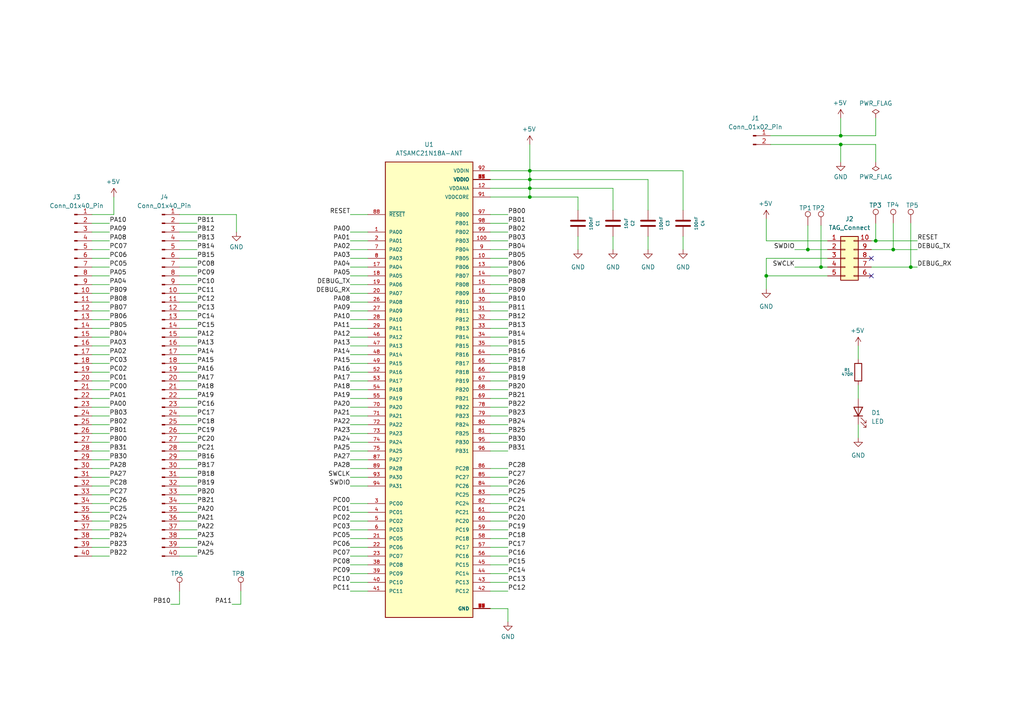
<source format=kicad_sch>
(kicad_sch (version 20250114) (generator "eeschema") (generator_version "9.0")
  (paper "A4")
  (lib_symbols
    (symbol "Connector:Conn_01x02_Pin" (pin_names (offset 1.016) (hide yes))
      (property "Reference" "J" (at 0 2.54 0))
      (property "Value" "Conn_01x02_Pin" (at 0 -5.08 0))
      (symbol "Conn_01x02_Pin_1_1"
        (rectangle (start 0.8636 0.127) (end 0 -0.127) (stroke (width 0.1524)) (fill (type outline)))
        (rectangle (start 0.8636 -2.413) (end 0 -2.667) (stroke (width 0.1524)) (fill (type outline)))
        (polyline (pts (xy 1.27 0) (xy 0.8636 0)) (stroke (width 0.1524)))
        (polyline (pts (xy 1.27 -2.54) (xy 0.8636 -2.54)) (stroke (width 0.1524)))
        (pin passive line (at 5.08 0 180) (length 3.81) (name "Pin_1") (number "1"))
        (pin passive line (at 5.08 -2.54 180) (length 3.81) (name "Pin_2") (number "2"))
      )
    )
    (symbol "Connector:Conn_01x40_Pin" (pin_names (offset 1.016) (hide yes))
      (property "Reference" "J" (at 0 50.8 0))
      (property "Value" "Conn_01x40_Pin" (at 0 -53.34 0))
      (symbol "Conn_01x40_Pin_1_1"
        (rectangle (start 0.8636 48.387) (end 0 48.133) (stroke (width 0.1524)) (fill (type outline)))
        (rectangle (start 0.8636 45.847) (end 0 45.593) (stroke (width 0.1524)) (fill (type outline)))
        (rectangle (start 0.8636 43.307) (end 0 43.053) (stroke (width 0.1524)) (fill (type outline)))
        (rectangle (start 0.8636 40.767) (end 0 40.513) (stroke (width 0.1524)) (fill (type outline)))
        (rectangle (start 0.8636 38.227) (end 0 37.973) (stroke (width 0.1524)) (fill (type outline)))
        (rectangle (start 0.8636 35.687) (end 0 35.433) (stroke (width 0.1524)) (fill (type outline)))
        (rectangle (start 0.8636 33.147) (end 0 32.893) (stroke (width 0.1524)) (fill (type outline)))
        (rectangle (start 0.8636 30.607) (end 0 30.353) (stroke (width 0.1524)) (fill (type outline)))
        (rectangle (start 0.8636 28.067) (end 0 27.813) (stroke (width 0.1524)) (fill (type outline)))
        (rectangle (start 0.8636 25.527) (end 0 25.273) (stroke (width 0.1524)) (fill (type outline)))
        (rectangle (start 0.8636 22.987) (end 0 22.733) (stroke (width 0.1524)) (fill (type outline)))
        (rectangle (start 0.8636 20.447) (end 0 20.193) (stroke (width 0.1524)) (fill (type outline)))
        (rectangle (start 0.8636 17.907) (end 0 17.653) (stroke (width 0.1524)) (fill (type outline)))
        (rectangle (start 0.8636 15.367) (end 0 15.113) (stroke (width 0.1524)) (fill (type outline)))
        (rectangle (start 0.8636 12.827) (end 0 12.573) (stroke (width 0.1524)) (fill (type outline)))
        (rectangle (start 0.8636 10.287) (end 0 10.033) (stroke (width 0.1524)) (fill (type outline)))
        (rectangle (start 0.8636 7.747) (end 0 7.493) (stroke (width 0.1524)) (fill (type outline)))
        (rectangle (start 0.8636 5.207) (end 0 4.953) (stroke (width 0.1524)) (fill (type outline)))
        (rectangle (start 0.8636 2.667) (end 0 2.413) (stroke (width 0.1524)) (fill (type outline)))
        (rectangle (start 0.8636 0.127) (end 0 -0.127) (stroke (width 0.1524)) (fill (type outline)))
        (rectangle (start 0.8636 -2.413) (end 0 -2.667) (stroke (width 0.1524)) (fill (type outline)))
        (rectangle (start 0.8636 -4.953) (end 0 -5.207) (stroke (width 0.1524)) (fill (type outline)))
        (rectangle (start 0.8636 -7.493) (end 0 -7.747) (stroke (width 0.1524)) (fill (type outline)))
        (rectangle (start 0.8636 -10.033) (end 0 -10.287) (stroke (width 0.1524)) (fill (type outline)))
        (rectangle (start 0.8636 -12.573) (end 0 -12.827) (stroke (width 0.1524)) (fill (type outline)))
        (rectangle (start 0.8636 -15.113) (end 0 -15.367) (stroke (width 0.1524)) (fill (type outline)))
        (rectangle (start 0.8636 -17.653) (end 0 -17.907) (stroke (width 0.1524)) (fill (type outline)))
        (rectangle (start 0.8636 -20.193) (end 0 -20.447) (stroke (width 0.1524)) (fill (type outline)))
        (rectangle (start 0.8636 -22.733) (end 0 -22.987) (stroke (width 0.1524)) (fill (type outline)))
        (rectangle (start 0.8636 -25.273) (end 0 -25.527) (stroke (width 0.1524)) (fill (type outline)))
        (rectangle (start 0.8636 -27.813) (end 0 -28.067) (stroke (width 0.1524)) (fill (type outline)))
        (rectangle (start 0.8636 -30.353) (end 0 -30.607) (stroke (width 0.1524)) (fill (type outline)))
        (rectangle (start 0.8636 -32.893) (end 0 -33.147) (stroke (width 0.1524)) (fill (type outline)))
        (rectangle (start 0.8636 -35.433) (end 0 -35.687) (stroke (width 0.1524)) (fill (type outline)))
        (rectangle (start 0.8636 -37.973) (end 0 -38.227) (stroke (width 0.1524)) (fill (type outline)))
        (rectangle (start 0.8636 -40.513) (end 0 -40.767) (stroke (width 0.1524)) (fill (type outline)))
        (rectangle (start 0.8636 -43.053) (end 0 -43.307) (stroke (width 0.1524)) (fill (type outline)))
        (rectangle (start 0.8636 -45.593) (end 0 -45.847) (stroke (width 0.1524)) (fill (type outline)))
        (rectangle (start 0.8636 -48.133) (end 0 -48.387) (stroke (width 0.1524)) (fill (type outline)))
        (rectangle (start 0.8636 -50.673) (end 0 -50.927) (stroke (width 0.1524)) (fill (type outline)))
        (polyline (pts (xy 1.27 48.26) (xy 0.8636 48.26)) (stroke (width 0.1524)))
        (polyline (pts (xy 1.27 45.72) (xy 0.8636 45.72)) (stroke (width 0.1524)))
        (polyline (pts (xy 1.27 43.18) (xy 0.8636 43.18)) (stroke (width 0.1524)))
        (polyline (pts (xy 1.27 40.64) (xy 0.8636 40.64)) (stroke (width 0.1524)))
        (polyline (pts (xy 1.27 38.1) (xy 0.8636 38.1)) (stroke (width 0.1524)))
        (polyline (pts (xy 1.27 35.56) (xy 0.8636 35.56)) (stroke (width 0.1524)))
        (polyline (pts (xy 1.27 33.02) (xy 0.8636 33.02)) (stroke (width 0.1524)))
        (polyline (pts (xy 1.27 30.48) (xy 0.8636 30.48)) (stroke (width 0.1524)))
        (polyline (pts (xy 1.27 27.94) (xy 0.8636 27.94)) (stroke (width 0.1524)))
        (polyline (pts (xy 1.27 25.4) (xy 0.8636 25.4)) (stroke (width 0.1524)))
        (polyline (pts (xy 1.27 22.86) (xy 0.8636 22.86)) (stroke (width 0.1524)))
        (polyline (pts (xy 1.27 20.32) (xy 0.8636 20.32)) (stroke (width 0.1524)))
        (polyline (pts (xy 1.27 17.78) (xy 0.8636 17.78)) (stroke (width 0.1524)))
        (polyline (pts (xy 1.27 15.24) (xy 0.8636 15.24)) (stroke (width 0.1524)))
        (polyline (pts (xy 1.27 12.7) (xy 0.8636 12.7)) (stroke (width 0.1524)))
        (polyline (pts (xy 1.27 10.16) (xy 0.8636 10.16)) (stroke (width 0.1524)))
        (polyline (pts (xy 1.27 7.62) (xy 0.8636 7.62)) (stroke (width 0.1524)))
        (polyline (pts (xy 1.27 5.08) (xy 0.8636 5.08)) (stroke (width 0.1524)))
        (polyline (pts (xy 1.27 2.54) (xy 0.8636 2.54)) (stroke (width 0.1524)))
        (polyline (pts (xy 1.27 0) (xy 0.8636 0)) (stroke (width 0.1524)))
        (polyline (pts (xy 1.27 -2.54) (xy 0.8636 -2.54)) (stroke (width 0.1524)))
        (polyline (pts (xy 1.27 -5.08) (xy 0.8636 -5.08)) (stroke (width 0.1524)))
        (polyline (pts (xy 1.27 -7.62) (xy 0.8636 -7.62)) (stroke (width 0.1524)))
        (polyline (pts (xy 1.27 -10.16) (xy 0.8636 -10.16)) (stroke (width 0.1524)))
        (polyline (pts (xy 1.27 -12.7) (xy 0.8636 -12.7)) (stroke (width 0.1524)))
        (polyline (pts (xy 1.27 -15.24) (xy 0.8636 -15.24)) (stroke (width 0.1524)))
        (polyline (pts (xy 1.27 -17.78) (xy 0.8636 -17.78)) (stroke (width 0.1524)))
        (polyline (pts (xy 1.27 -20.32) (xy 0.8636 -20.32)) (stroke (width 0.1524)))
        (polyline (pts (xy 1.27 -22.86) (xy 0.8636 -22.86)) (stroke (width 0.1524)))
        (polyline (pts (xy 1.27 -25.4) (xy 0.8636 -25.4)) (stroke (width 0.1524)))
        (polyline (pts (xy 1.27 -27.94) (xy 0.8636 -27.94)) (stroke (width 0.1524)))
        (polyline (pts (xy 1.27 -30.48) (xy 0.8636 -30.48)) (stroke (width 0.1524)))
        (polyline (pts (xy 1.27 -33.02) (xy 0.8636 -33.02)) (stroke (width 0.1524)))
        (polyline (pts (xy 1.27 -35.56) (xy 0.8636 -35.56)) (stroke (width 0.1524)))
        (polyline (pts (xy 1.27 -38.1) (xy 0.8636 -38.1)) (stroke (width 0.1524)))
        (polyline (pts (xy 1.27 -40.64) (xy 0.8636 -40.64)) (stroke (width 0.1524)))
        (polyline (pts (xy 1.27 -43.18) (xy 0.8636 -43.18)) (stroke (width 0.1524)))
        (polyline (pts (xy 1.27 -45.72) (xy 0.8636 -45.72)) (stroke (width 0.1524)))
        (polyline (pts (xy 1.27 -48.26) (xy 0.8636 -48.26)) (stroke (width 0.1524)))
        (polyline (pts (xy 1.27 -50.8) (xy 0.8636 -50.8)) (stroke (width 0.1524)))
        (pin passive line (at 5.08 48.26 180) (length 3.81) (name "Pin_1") (number "1"))
        (pin passive line (at 5.08 45.72 180) (length 3.81) (name "Pin_2") (number "2"))
        (pin passive line (at 5.08 43.18 180) (length 3.81) (name "Pin_3") (number "3"))
        (pin passive line (at 5.08 40.64 180) (length 3.81) (name "Pin_4") (number "4"))
        (pin passive line (at 5.08 38.1 180) (length 3.81) (name "Pin_5") (number "5"))
        (pin passive line (at 5.08 35.56 180) (length 3.81) (name "Pin_6") (number "6"))
        (pin passive line (at 5.08 33.02 180) (length 3.81) (name "Pin_7") (number "7"))
        (pin passive line (at 5.08 30.48 180) (length 3.81) (name "Pin_8") (number "8"))
        (pin passive line (at 5.08 27.94 180) (length 3.81) (name "Pin_9") (number "9"))
        (pin passive line (at 5.08 25.4 180) (length 3.81) (name "Pin_10") (number "10"))
        (pin passive line (at 5.08 22.86 180) (length 3.81) (name "Pin_11") (number "11"))
        (pin passive line (at 5.08 20.32 180) (length 3.81) (name "Pin_12") (number "12"))
        (pin passive line (at 5.08 17.78 180) (length 3.81) (name "Pin_13") (number "13"))
        (pin passive line (at 5.08 15.24 180) (length 3.81) (name "Pin_14") (number "14"))
        (pin passive line (at 5.08 12.7 180) (length 3.81) (name "Pin_15") (number "15"))
        (pin passive line (at 5.08 10.16 180) (length 3.81) (name "Pin_16") (number "16"))
        (pin passive line (at 5.08 7.62 180) (length 3.81) (name "Pin_17") (number "17"))
        (pin passive line (at 5.08 5.08 180) (length 3.81) (name "Pin_18") (number "18"))
        (pin passive line (at 5.08 2.54 180) (length 3.81) (name "Pin_19") (number "19"))
        (pin passive line (at 5.08 0 180) (length 3.81) (name "Pin_20") (number "20"))
        (pin passive line (at 5.08 -2.54 180) (length 3.81) (name "Pin_21") (number "21"))
        (pin passive line (at 5.08 -5.08 180) (length 3.81) (name "Pin_22") (number "22"))
        (pin passive line (at 5.08 -7.62 180) (length 3.81) (name "Pin_23") (number "23"))
        (pin passive line (at 5.08 -10.16 180) (length 3.81) (name "Pin_24") (number "24"))
        (pin passive line (at 5.08 -12.7 180) (length 3.81) (name "Pin_25") (number "25"))
        (pin passive line (at 5.08 -15.24 180) (length 3.81) (name "Pin_26") (number "26"))
        (pin passive line (at 5.08 -17.78 180) (length 3.81) (name "Pin_27") (number "27"))
        (pin passive line (at 5.08 -20.32 180) (length 3.81) (name "Pin_28") (number "28"))
        (pin passive line (at 5.08 -22.86 180) (length 3.81) (name "Pin_29") (number "29"))
        (pin passive line (at 5.08 -25.4 180) (length 3.81) (name "Pin_30") (number "30"))
        (pin passive line (at 5.08 -27.94 180) (length 3.81) (name "Pin_31") (number "31"))
        (pin passive line (at 5.08 -30.48 180) (length 3.81) (name "Pin_32") (number "32"))
        (pin passive line (at 5.08 -33.02 180) (length 3.81) (name "Pin_33") (number "33"))
        (pin passive line (at 5.08 -35.56 180) (length 3.81) (name "Pin_34") (number "34"))
        (pin passive line (at 5.08 -38.1 180) (length 3.81) (name "Pin_35") (number "35"))
        (pin passive line (at 5.08 -40.64 180) (length 3.81) (name "Pin_36") (number "36"))
        (pin passive line (at 5.08 -43.18 180) (length 3.81) (name "Pin_37") (number "37"))
        (pin passive line (at 5.08 -45.72 180) (length 3.81) (name "Pin_38") (number "38"))
        (pin passive line (at 5.08 -48.26 180) (length 3.81) (name "Pin_39") (number "39"))
        (pin passive line (at 5.08 -50.8 180) (length 3.81) (name "Pin_40") (number "40"))
      )
    )
    (symbol "Connector:TestPoint" (pin_numbers (hide yes)) (pin_names (offset 0.762) (hide yes))
      (property "Reference" "TP" (at 0 6.858 0))
      (property "Value" "TestPoint" (at 0 5.08 0))
      (symbol "TestPoint_0_1"
        (circle (center 0 3.302) (radius 0.762))
      )
      (symbol "TestPoint_1_1"
        (pin passive line (at 0 0 90) (length 2.54) (name "1") (number "1"))
      )
    )
    (symbol "Connector_Generic:Conn_02x05_Counter_Clockwise" (pin_names (offset 1.016) (hide yes))
      (property "Reference" "J" (at 1.27 7.62 0))
      (property "Value" "Conn_02x05_Counter_Clockwise" (at 1.27 -7.62 0))
      (symbol "Conn_02x05_Counter_Clockwise_1_1"
        (rectangle (start -1.27 6.35) (end 3.81 -6.35) (stroke (width 0.254)) (fill (type background)))
        (rectangle (start -1.27 5.207) (end 0 4.953) (stroke (width 0.1524)))
        (rectangle (start -1.27 2.667) (end 0 2.413) (stroke (width 0.1524)))
        (rectangle (start -1.27 0.127) (end 0 -0.127) (stroke (width 0.1524)))
        (rectangle (start -1.27 -2.413) (end 0 -2.667) (stroke (width 0.1524)))
        (rectangle (start -1.27 -4.953) (end 0 -5.207) (stroke (width 0.1524)))
        (rectangle (start 3.81 5.207) (end 2.54 4.953) (stroke (width 0.1524)))
        (rectangle (start 3.81 2.667) (end 2.54 2.413) (stroke (width 0.1524)))
        (rectangle (start 3.81 0.127) (end 2.54 -0.127) (stroke (width 0.1524)))
        (rectangle (start 3.81 -2.413) (end 2.54 -2.667) (stroke (width 0.1524)))
        (rectangle (start 3.81 -4.953) (end 2.54 -5.207) (stroke (width 0.1524)))
        (pin passive line (at -5.08 5.08 0) (length 3.81) (name "Pin_1") (number "1"))
        (pin passive line (at -5.08 2.54 0) (length 3.81) (name "Pin_2") (number "2"))
        (pin passive line (at -5.08 0 0) (length 3.81) (name "Pin_3") (number "3"))
        (pin passive line (at -5.08 -2.54 0) (length 3.81) (name "Pin_4") (number "4"))
        (pin passive line (at -5.08 -5.08 0) (length 3.81) (name "Pin_5") (number "5"))
        (pin passive line (at 7.62 5.08 180) (length 3.81) (name "Pin_10") (number "10"))
        (pin passive line (at 7.62 2.54 180) (length 3.81) (name "Pin_9") (number "9"))
        (pin passive line (at 7.62 0 180) (length 3.81) (name "Pin_8") (number "8"))
        (pin passive line (at 7.62 -2.54 180) (length 3.81) (name "Pin_7") (number "7"))
        (pin passive line (at 7.62 -5.08 180) (length 3.81) (name "Pin_6") (number "6"))
      )
    )
    (symbol "Device:C" (pin_numbers (hide yes)) (pin_names (offset 0.254))
      (property "Reference" "C" (at 0.635 2.54 0))
      (property "Value" "C" (at 0.635 -2.54 0))
      (symbol "C_0_1"
        (polyline (pts (xy -2.032 0.762) (xy 2.032 0.762)) (stroke (width 0.508)))
        (polyline (pts (xy -2.032 -0.762) (xy 2.032 -0.762)) (stroke (width 0.508)))
      )
      (symbol "C_1_1"
        (pin passive line (at 0 3.81 270) (length 2.794) (name "~") (number "1"))
        (pin passive line (at 0 -3.81 90) (length 2.794) (name "~") (number "2"))
      )
    )
    (symbol "Device:LED" (pin_numbers (hide yes)) (pin_names (offset 1.016) (hide yes))
      (property "Reference" "D" (at 0 2.54 0))
      (property "Value" "LED" (at 0 -2.54 0))
      (symbol "LED_0_1"
        (polyline (pts (xy -3.048 -0.762) (xy -4.572 -2.286) (xy -3.81 -2.286) (xy -4.572 -2.286) (xy -4.572 -1.524)))
        (polyline (pts (xy -1.778 -0.762) (xy -3.302 -2.286) (xy -2.54 -2.286) (xy -3.302 -2.286) (xy -3.302 -1.524)))
        (polyline (pts (xy -1.27 0) (xy 1.27 0)))
        (polyline (pts (xy -1.27 -1.27) (xy -1.27 1.27)) (stroke (width 0.254)))
        (polyline (pts (xy 1.27 -1.27) (xy 1.27 1.27) (xy -1.27 0) (xy 1.27 -1.27)) (stroke (width 0.254)))
      )
      (symbol "LED_1_1"
        (pin passive line (at -3.81 0 0) (length 2.54) (name "K") (number "1"))
        (pin passive line (at 3.81 0 180) (length 2.54) (name "A") (number "2"))
      )
    )
    (symbol "Device:R" (pin_numbers (hide yes)) (pin_names (offset 0))
      (property "Reference" "R" (at 2.032 0 90))
      (property "Value" "R" (at 0 0 90))
      (symbol "R_0_1"
        (rectangle (start -1.016 -2.54) (end 1.016 2.54) (stroke (width 0.254)))
      )
      (symbol "R_1_1"
        (pin passive line (at 0 3.81 270) (length 1.27) (name "~") (number "1"))
        (pin passive line (at 0 -3.81 90) (length 1.27) (name "~") (number "2"))
      )
    )
    (symbol "SAMC:ATSAMC21N18A-ANT" (pin_names (offset 1.016))
      (property "Reference" "U" (at -12.7 67.31 0))
      (property "Value" "ATSAMC21N18A-ANT" (at -12.7 -67.31 0))
      (symbol "ATSAMC21N18A-ANT_0_0"
        (rectangle (start -12.7 -66.04) (end 12.7 66.04) (stroke (width 0.254)) (fill (type background)))
        (pin input line (at -17.78 50.8 0) (length 5.08) (name "~{RESET}") (number "88"))
        (pin bidirectional line (at -17.78 45.72 0) (length 5.08) (name "PA00") (number "1"))
        (pin bidirectional line (at -17.78 43.18 0) (length 5.08) (name "PA01") (number "2"))
        (pin bidirectional line (at -17.78 40.64 0) (length 5.08) (name "PA02") (number "7"))
        (pin bidirectional line (at -17.78 38.1 0) (length 5.08) (name "PA03") (number "8"))
        (pin bidirectional line (at -17.78 35.56 0) (length 5.08) (name "PA04") (number "17"))
        (pin bidirectional line (at -17.78 33.02 0) (length 5.08) (name "PA05") (number "18"))
        (pin bidirectional line (at -17.78 30.48 0) (length 5.08) (name "PA06") (number "19"))
        (pin bidirectional line (at -17.78 27.94 0) (length 5.08) (name "PA07") (number "20"))
        (pin bidirectional line (at -17.78 25.4 0) (length 5.08) (name "PA08") (number "26"))
        (pin bidirectional line (at -17.78 22.86 0) (length 5.08) (name "PA09") (number "27"))
        (pin bidirectional line (at -17.78 20.32 0) (length 5.08) (name "PA10") (number "28"))
        (pin bidirectional line (at -17.78 17.78 0) (length 5.08) (name "PA11") (number "29"))
        (pin bidirectional line (at -17.78 15.24 0) (length 5.08) (name "PA12") (number "46"))
        (pin bidirectional line (at -17.78 12.7 0) (length 5.08) (name "PA13") (number "47"))
        (pin bidirectional line (at -17.78 10.16 0) (length 5.08) (name "PA14") (number "48"))
        (pin bidirectional line (at -17.78 7.62 0) (length 5.08) (name "PA15") (number "49"))
        (pin bidirectional line (at -17.78 5.08 0) (length 5.08) (name "PA16") (number "52"))
        (pin bidirectional line (at -17.78 2.54 0) (length 5.08) (name "PA17") (number "53"))
        (pin bidirectional line (at -17.78 0 0) (length 5.08) (name "PA18") (number "54"))
        (pin bidirectional line (at -17.78 -2.54 0) (length 5.08) (name "PA19") (number "55"))
        (pin bidirectional line (at -17.78 -5.08 0) (length 5.08) (name "PA20") (number "70"))
        (pin bidirectional line (at -17.78 -7.62 0) (length 5.08) (name "PA21") (number "71"))
        (pin bidirectional line (at -17.78 -10.16 0) (length 5.08) (name "PA22") (number "72"))
        (pin bidirectional line (at -17.78 -12.7 0) (length 5.08) (name "PA23") (number "73"))
        (pin bidirectional line (at -17.78 -15.24 0) (length 5.08) (name "PA24") (number "74"))
        (pin bidirectional line (at -17.78 -17.78 0) (length 5.08) (name "PA25") (number "75"))
        (pin bidirectional line (at -17.78 -20.32 0) (length 5.08) (name "PA27") (number "87"))
        (pin bidirectional line (at -17.78 -22.86 0) (length 5.08) (name "PA28") (number "89"))
        (pin bidirectional line (at -17.78 -25.4 0) (length 5.08) (name "PA30") (number "93"))
        (pin bidirectional line (at -17.78 -27.94 0) (length 5.08) (name "PA31") (number "94"))
        (pin bidirectional line (at -17.78 -33.02 0) (length 5.08) (name "PC00") (number "3"))
        (pin bidirectional line (at -17.78 -35.56 0) (length 5.08) (name "PC01") (number "4"))
        (pin bidirectional line (at -17.78 -38.1 0) (length 5.08) (name "PC02") (number "5"))
        (pin bidirectional line (at -17.78 -40.64 0) (length 5.08) (name "PC03") (number "6"))
        (pin bidirectional line (at -17.78 -43.18 0) (length 5.08) (name "PC05") (number "21"))
        (pin bidirectional line (at -17.78 -45.72 0) (length 5.08) (name "PC06") (number "22"))
        (pin bidirectional line (at -17.78 -48.26 0) (length 5.08) (name "PC07") (number "23"))
        (pin bidirectional line (at -17.78 -50.8 0) (length 5.08) (name "PC08") (number "38"))
        (pin bidirectional line (at -17.78 -53.34 0) (length 5.08) (name "PC09") (number "39"))
        (pin bidirectional line (at -17.78 -55.88 0) (length 5.08) (name "PC10") (number "40"))
        (pin bidirectional line (at -17.78 -58.42 0) (length 5.08) (name "PC11") (number "41"))
        (pin power_in line (at 17.78 63.5 180) (length 5.08) (name "VDDIN") (number "92"))
        (pin power_in line (at 17.78 60.96 180) (length 5.08) (name "VDDIO") (number "25"))
        (pin power_in line (at 17.78 60.96 180) (length 5.08) (name "VDDIO") (number "36"))
        (pin power_in line (at 17.78 60.96 180) (length 5.08) (name "VDDIO") (number "51"))
        (pin power_in line (at 17.78 60.96 180) (length 5.08) (name "VDDIO") (number "63"))
        (pin power_in line (at 17.78 60.96 180) (length 5.08) (name "VDDIO") (number "77"))
        (pin power_in line (at 17.78 58.42 180) (length 5.08) (name "VDDANA") (number "12"))
        (pin power_in line (at 17.78 55.88 180) (length 5.08) (name "VDDCORE") (number "91"))
        (pin bidirectional line (at 17.78 50.8 180) (length 5.08) (name "PB00") (number "97"))
        (pin bidirectional line (at 17.78 48.26 180) (length 5.08) (name "PB01") (number "98"))
        (pin bidirectional line (at 17.78 45.72 180) (length 5.08) (name "PB02") (number "99"))
        (pin bidirectional line (at 17.78 43.18 180) (length 5.08) (name "PB03") (number "100"))
        (pin bidirectional line (at 17.78 40.64 180) (length 5.08) (name "PB04") (number "9"))
        (pin bidirectional line (at 17.78 38.1 180) (length 5.08) (name "PB05") (number "10"))
        (pin bidirectional line (at 17.78 35.56 180) (length 5.08) (name "PB06") (number "13"))
        (pin bidirectional line (at 17.78 33.02 180) (length 5.08) (name "PB07") (number "14"))
        (pin bidirectional line (at 17.78 30.48 180) (length 5.08) (name "PB08") (number "15"))
        (pin bidirectional line (at 17.78 27.94 180) (length 5.08) (name "PB09") (number "16"))
        (pin bidirectional line (at 17.78 25.4 180) (length 5.08) (name "PB10") (number "30"))
        (pin bidirectional line (at 17.78 22.86 180) (length 5.08) (name "PB11") (number "31"))
        (pin bidirectional line (at 17.78 20.32 180) (length 5.08) (name "PB12") (number "32"))
        (pin bidirectional line (at 17.78 17.78 180) (length 5.08) (name "PB13") (number "33"))
        (pin bidirectional line (at 17.78 15.24 180) (length 5.08) (name "PB14") (number "34"))
        (pin bidirectional line (at 17.78 12.7 180) (length 5.08) (name "PB15") (number "35"))
        (pin bidirectional line (at 17.78 10.16 180) (length 5.08) (name "PB16") (number "64"))
        (pin bidirectional line (at 17.78 7.62 180) (length 5.08) (name "PB17") (number "65"))
        (pin bidirectional line (at 17.78 5.08 180) (length 5.08) (name "PB18") (number "66"))
        (pin bidirectional line (at 17.78 2.54 180) (length 5.08) (name "PB19") (number "67"))
        (pin bidirectional line (at 17.78 0 180) (length 5.08) (name "PB20") (number "68"))
        (pin bidirectional line (at 17.78 -2.54 180) (length 5.08) (name "PB21") (number "69"))
        (pin bidirectional line (at 17.78 -5.08 180) (length 5.08) (name "PB22") (number "78"))
        (pin bidirectional line (at 17.78 -7.62 180) (length 5.08) (name "PB23") (number "79"))
        (pin bidirectional line (at 17.78 -10.16 180) (length 5.08) (name "PB24") (number "80"))
        (pin bidirectional line (at 17.78 -12.7 180) (length 5.08) (name "PB25") (number "81"))
        (pin bidirectional line (at 17.78 -15.24 180) (length 5.08) (name "PB30") (number "95"))
        (pin bidirectional line (at 17.78 -17.78 180) (length 5.08) (name "PB31") (number "96"))
        (pin bidirectional line (at 17.78 -22.86 180) (length 5.08) (name "PC28") (number "86"))
        (pin bidirectional line (at 17.78 -25.4 180) (length 5.08) (name "PC27") (number "85"))
        (pin bidirectional line (at 17.78 -27.94 180) (length 5.08) (name "PC26") (number "84"))
        (pin bidirectional line (at 17.78 -30.48 180) (length 5.08) (name "PC25") (number "83"))
        (pin bidirectional line (at 17.78 -33.02 180) (length 5.08) (name "PC24") (number "82"))
        (pin bidirectional line (at 17.78 -35.56 180) (length 5.08) (name "PC21") (number "61"))
        (pin bidirectional line (at 17.78 -38.1 180) (length 5.08) (name "PC20") (number "60"))
        (pin bidirectional line (at 17.78 -40.64 180) (length 5.08) (name "PC19") (number "59"))
        (pin bidirectional line (at 17.78 -43.18 180) (length 5.08) (name "PC18") (number "58"))
        (pin bidirectional line (at 17.78 -45.72 180) (length 5.08) (name "PC17") (number "57"))
        (pin bidirectional line (at 17.78 -48.26 180) (length 5.08) (name "PC16") (number "56"))
        (pin bidirectional line (at 17.78 -50.8 180) (length 5.08) (name "PC15") (number "45"))
        (pin bidirectional line (at 17.78 -53.34 180) (length 5.08) (name "PC14") (number "44"))
        (pin bidirectional line (at 17.78 -55.88 180) (length 5.08) (name "PC13") (number "43"))
        (pin bidirectional line (at 17.78 -58.42 180) (length 5.08) (name "PC12") (number "42"))
        (pin power_in line (at 17.78 -63.5 180) (length 5.08) (name "GND") (number "11"))
        (pin power_in line (at 17.78 -63.5 180) (length 5.08) (name "GND") (number "24"))
        (pin power_in line (at 17.78 -63.5 180) (length 5.08) (name "GND") (number "37"))
        (pin power_in line (at 17.78 -63.5 180) (length 5.08) (name "GND") (number "50"))
        (pin power_in line (at 17.78 -63.5 180) (length 5.08) (name "GND") (number "62"))
        (pin power_in line (at 17.78 -63.5 180) (length 5.08) (name "GND") (number "76"))
        (pin power_in line (at 17.78 -63.5 180) (length 5.08) (name "GND") (number "90"))
      )
    )
    (symbol "power:+5V" (power) (pin_names (offset 0))
      (property "Value" "+5V" (at 0 3.556 0))
      (symbol "+5V_0_1"
        (polyline (pts (xy -0.762 1.27) (xy 0 2.54)))
        (polyline (pts (xy 0 2.54) (xy 0.762 1.27)))
        (polyline (pts (xy 0 0) (xy 0 2.54)))
      )
      (symbol "+5V_1_1"
        (pin power_in line (at 0 0 90) (length 0) (hide yes) (name "+5V") (number "1"))
      )
    )
    (symbol "power:GND" (power) (pin_names (offset 0))
      (property "Value" "GND" (at 0 -3.81 0))
      (symbol "GND_0_1"
        (polyline (pts (xy 0 0) (xy 0 -1.27) (xy 1.27 -1.27) (xy 0 -2.54) (xy -1.27 -1.27) (xy 0 -1.27)))
      )
      (symbol "GND_1_1"
        (pin power_in line (at 0 0 270) (length 0) (hide yes) (name "GND") (number "1"))
      )
    )
    (symbol "power:PWR_FLAG" (power) (pin_numbers (hide yes)) (pin_names (offset 0) (hide yes))
      (property "Value" "PWR_FLAG" (at 0 3.81 0))
      (symbol "PWR_FLAG_0_0"
        (pin power_out line (at 0 0 90) (length 0) (name "~") (number "1"))
      )
      (symbol "PWR_FLAG_0_1"
        (polyline (pts (xy 0 0) (xy 0 1.27) (xy -1.016 1.905) (xy 0 2.54) (xy 1.016 1.905) (xy 0 1.27)))
      )
    )
  )
  (junction (at 153.67 54.61))
  (junction (at 243.84 41.91))
  (junction (at 153.67 57.15))
  (junction (at 259.08 72.39))
  (junction (at 238.125 77.47))
  (junction (at 234.315 72.39))
  (junction (at 153.67 49.53))
  (junction (at 254 69.85))
  (junction (at 153.67 52.07))
  (junction (at 264.16 77.47))
  (junction (at 243.84 39.37))
  (junction (at 222.25 80.01))
  (no_connect (at 252.73 80.01))
  (no_connect (at 252.73 74.93))
  (wire (pts (xy 52.07 100.33) (xy 57.15 100.33)))
  (wire (pts (xy 147.32 120.65) (xy 142.24 120.65)))
  (wire (pts (xy 238.125 65.405) (xy 238.125 77.47)))
  (wire (pts (xy 101.6 85.09) (xy 106.68 85.09)))
  (wire (pts (xy 147.32 128.27) (xy 142.24 128.27)))
  (wire (pts (xy 234.315 65.405) (xy 234.315 72.39)))
  (wire (pts (xy 147.32 138.43) (xy 142.24 138.43)))
  (wire (pts (xy 101.6 168.91) (xy 106.68 168.91)))
  (wire (pts (xy 26.67 85.09) (xy 31.75 85.09)))
  (wire (pts (xy 222.25 80.01) (xy 240.03 80.01)))
  (wire (pts (xy 101.6 67.31) (xy 106.68 67.31)))
  (wire (pts (xy 26.67 151.13) (xy 31.75 151.13)))
  (wire (pts (xy 26.67 90.17) (xy 31.75 90.17)))
  (wire (pts (xy 101.6 113.03) (xy 106.68 113.03)))
  (wire (pts (xy 26.67 82.55) (xy 31.75 82.55)))
  (wire (pts (xy 177.8 60.96) (xy 177.8 54.61)))
  (wire (pts (xy 147.32 161.29) (xy 142.24 161.29)))
  (wire (pts (xy 198.12 68.58) (xy 198.12 72.39)))
  (wire (pts (xy 167.64 68.58) (xy 167.64 72.39)))
  (wire (pts (xy 223.52 41.91) (xy 243.84 41.91)))
  (wire (pts (xy 101.6 80.01) (xy 106.68 80.01)))
  (wire (pts (xy 142.24 57.15) (xy 153.67 57.15)))
  (wire (pts (xy 147.32 97.79) (xy 142.24 97.79)))
  (wire (pts (xy 52.07 140.97) (xy 57.15 140.97)))
  (wire (pts (xy 142.24 52.07) (xy 153.67 52.07)))
  (wire (pts (xy 252.73 69.85) (xy 254 69.85)))
  (wire (pts (xy 147.32 67.31) (xy 142.24 67.31)))
  (wire (pts (xy 52.07 97.79) (xy 57.15 97.79)))
  (wire (pts (xy 147.32 62.23) (xy 142.24 62.23)))
  (wire (pts (xy 147.32 85.09) (xy 142.24 85.09)))
  (wire (pts (xy 26.67 135.89) (xy 31.75 135.89)))
  (wire (pts (xy 147.32 158.75) (xy 142.24 158.75)))
  (wire (pts (xy 26.67 143.51) (xy 31.75 143.51)))
  (wire (pts (xy 147.32 110.49) (xy 142.24 110.49)))
  (wire (pts (xy 147.32 176.53) (xy 147.32 180.34)))
  (wire (pts (xy 147.32 95.25) (xy 142.24 95.25)))
  (wire (pts (xy 177.8 68.58) (xy 177.8 72.39)))
  (wire (pts (xy 147.32 82.55) (xy 142.24 82.55)))
  (wire (pts (xy 248.92 123.19) (xy 248.92 127)))
  (wire (pts (xy 101.6 163.83) (xy 106.68 163.83)))
  (wire (pts (xy 26.67 156.21) (xy 31.75 156.21)))
  (wire (pts (xy 147.32 118.11) (xy 142.24 118.11)))
  (wire (pts (xy 147.32 168.91) (xy 142.24 168.91)))
  (wire (pts (xy 147.32 90.17) (xy 142.24 90.17)))
  (wire (pts (xy 26.67 115.57) (xy 31.75 115.57)))
  (wire (pts (xy 101.6 100.33) (xy 106.68 100.33)))
  (wire (pts (xy 26.67 118.11) (xy 31.75 118.11)))
  (wire (pts (xy 101.6 151.13) (xy 106.68 151.13)))
  (wire (pts (xy 259.08 64.77) (xy 259.08 72.39)))
  (wire (pts (xy 147.32 87.63) (xy 142.24 87.63)))
  (wire (pts (xy 101.6 102.87) (xy 106.68 102.87)))
  (wire (pts (xy 222.25 69.85) (xy 240.03 69.85)))
  (wire (pts (xy 101.6 130.81) (xy 106.68 130.81)))
  (wire (pts (xy 26.67 158.75) (xy 31.75 158.75)))
  (wire (pts (xy 147.32 153.67) (xy 142.24 153.67)))
  (wire (pts (xy 52.07 133.35) (xy 57.15 133.35)))
  (wire (pts (xy 26.67 148.59) (xy 31.75 148.59)))
  (wire (pts (xy 52.07 118.11) (xy 57.15 118.11)))
  (wire (pts (xy 26.67 161.29) (xy 31.75 161.29)))
  (wire (pts (xy 26.67 138.43) (xy 31.75 138.43)))
  (wire (pts (xy 101.6 128.27) (xy 106.68 128.27)))
  (wire (pts (xy 254 39.37) (xy 243.84 39.37)))
  (wire (pts (xy 167.64 60.96) (xy 167.64 57.15)))
  (wire (pts (xy 52.07 135.89) (xy 57.15 135.89)))
  (wire (pts (xy 26.67 133.35) (xy 31.75 133.35)))
  (wire (pts (xy 147.32 80.01) (xy 142.24 80.01)))
  (wire (pts (xy 26.67 80.01) (xy 31.75 80.01)))
  (wire (pts (xy 248.92 100.33) (xy 248.92 104.14)))
  (wire (pts (xy 198.12 49.53) (xy 153.67 49.53)))
  (wire (pts (xy 52.07 80.01) (xy 57.15 80.01)))
  (wire (pts (xy 101.6 92.71) (xy 106.68 92.71)))
  (wire (pts (xy 223.52 39.37) (xy 243.84 39.37)))
  (wire (pts (xy 254 69.85) (xy 266.065 69.85)))
  (wire (pts (xy 147.32 113.03) (xy 142.24 113.03)))
  (wire (pts (xy 153.67 54.61) (xy 153.67 52.07)))
  (wire (pts (xy 147.32 143.51) (xy 142.24 143.51)))
  (wire (pts (xy 147.32 146.05) (xy 142.24 146.05)))
  (wire (pts (xy 26.67 105.41) (xy 31.75 105.41)))
  (wire (pts (xy 68.58 62.23) (xy 68.58 67.31)))
  (wire (pts (xy 52.07 158.75) (xy 57.15 158.75)))
  (wire (pts (xy 52.07 128.27) (xy 57.15 128.27)))
  (wire (pts (xy 52.07 156.21) (xy 57.15 156.21)))
  (wire (pts (xy 187.96 68.58) (xy 187.96 72.39)))
  (wire (pts (xy 26.67 69.85) (xy 31.75 69.85)))
  (wire (pts (xy 52.07 64.77) (xy 57.15 64.77)))
  (wire (pts (xy 26.67 95.25) (xy 31.75 95.25)))
  (wire (pts (xy 238.125 77.47) (xy 240.03 77.47)))
  (wire (pts (xy 52.07 77.47) (xy 57.15 77.47)))
  (wire (pts (xy 52.07 146.05) (xy 57.15 146.05)))
  (wire (pts (xy 52.07 110.49) (xy 57.15 110.49)))
  (wire (pts (xy 147.32 100.33) (xy 142.24 100.33)))
  (wire (pts (xy 52.07 175.26) (xy 52.07 171.45)))
  (wire (pts (xy 52.07 161.29) (xy 57.15 161.29)))
  (wire (pts (xy 101.6 158.75) (xy 106.68 158.75)))
  (wire (pts (xy 187.96 60.96) (xy 187.96 52.07)))
  (wire (pts (xy 198.12 60.96) (xy 198.12 49.53)))
  (wire (pts (xy 147.32 130.81) (xy 142.24 130.81)))
  (wire (pts (xy 147.32 115.57) (xy 142.24 115.57)))
  (wire (pts (xy 147.32 151.13) (xy 142.24 151.13)))
  (wire (pts (xy 101.6 140.97) (xy 106.68 140.97)))
  (wire (pts (xy 254 34.29) (xy 254 39.37)))
  (wire (pts (xy 142.24 49.53) (xy 153.67 49.53)))
  (wire (pts (xy 26.67 146.05) (xy 31.75 146.05)))
  (wire (pts (xy 147.32 77.47) (xy 142.24 77.47)))
  (wire (pts (xy 26.67 77.47) (xy 31.75 77.47)))
  (wire (pts (xy 234.315 72.39) (xy 240.03 72.39)))
  (wire (pts (xy 187.96 52.07) (xy 153.67 52.07)))
  (wire (pts (xy 147.32 125.73) (xy 142.24 125.73)))
  (wire (pts (xy 153.67 52.07) (xy 153.67 49.53)))
  (wire (pts (xy 67.31 175.26) (xy 69.85 175.26)))
  (wire (pts (xy 26.67 140.97) (xy 31.75 140.97)))
  (wire (pts (xy 101.6 62.23) (xy 106.68 62.23)))
  (wire (pts (xy 26.67 72.39) (xy 31.75 72.39)))
  (wire (pts (xy 101.6 153.67) (xy 106.68 153.67)))
  (wire (pts (xy 52.07 113.03) (xy 57.15 113.03)))
  (wire (pts (xy 33.02 62.23) (xy 33.02 57.15)))
  (wire (pts (xy 252.73 72.39) (xy 259.08 72.39)))
  (wire (pts (xy 26.67 67.31) (xy 31.75 67.31)))
  (wire (pts (xy 147.32 64.77) (xy 142.24 64.77)))
  (wire (pts (xy 26.67 130.81) (xy 31.75 130.81)))
  (wire (pts (xy 147.32 92.71) (xy 142.24 92.71)))
  (wire (pts (xy 142.24 54.61) (xy 153.67 54.61)))
  (wire (pts (xy 26.67 120.65) (xy 31.75 120.65)))
  (wire (pts (xy 101.6 125.73) (xy 106.68 125.73)))
  (wire (pts (xy 26.67 100.33) (xy 31.75 100.33)))
  (wire (pts (xy 26.67 113.03) (xy 31.75 113.03)))
  (wire (pts (xy 147.32 156.21) (xy 142.24 156.21)))
  (wire (pts (xy 243.84 39.37) (xy 243.84 34.29)))
  (wire (pts (xy 147.32 69.85) (xy 142.24 69.85)))
  (wire (pts (xy 222.25 74.93) (xy 222.25 80.01)))
  (wire (pts (xy 26.67 153.67) (xy 31.75 153.67)))
  (wire (pts (xy 222.25 63.5) (xy 222.25 69.85)))
  (wire (pts (xy 26.67 125.73) (xy 31.75 125.73)))
  (wire (pts (xy 147.32 135.89) (xy 142.24 135.89)))
  (wire (pts (xy 26.67 102.87) (xy 31.75 102.87)))
  (wire (pts (xy 147.32 102.87) (xy 142.24 102.87)))
  (wire (pts (xy 142.24 176.53) (xy 147.32 176.53)))
  (wire (pts (xy 52.07 82.55) (xy 57.15 82.55)))
  (wire (pts (xy 101.6 74.93) (xy 106.68 74.93)))
  (wire (pts (xy 52.07 138.43) (xy 57.15 138.43)))
  (wire (pts (xy 147.32 148.59) (xy 142.24 148.59)))
  (wire (pts (xy 52.07 148.59) (xy 57.15 148.59)))
  (wire (pts (xy 222.25 74.93) (xy 240.03 74.93)))
  (wire (pts (xy 243.84 41.91) (xy 243.84 46.99)))
  (wire (pts (xy 52.07 151.13) (xy 57.15 151.13)))
  (wire (pts (xy 52.07 120.65) (xy 57.15 120.65)))
  (wire (pts (xy 26.67 128.27) (xy 31.75 128.27)))
  (wire (pts (xy 101.6 97.79) (xy 106.68 97.79)))
  (wire (pts (xy 264.16 64.77) (xy 264.16 77.47)))
  (wire (pts (xy 153.67 57.15) (xy 153.67 54.61)))
  (wire (pts (xy 52.07 92.71) (xy 57.15 92.71)))
  (wire (pts (xy 101.6 146.05) (xy 106.68 146.05)))
  (wire (pts (xy 177.8 54.61) (xy 153.67 54.61)))
  (wire (pts (xy 101.6 123.19) (xy 106.68 123.19)))
  (wire (pts (xy 52.07 115.57) (xy 57.15 115.57)))
  (wire (pts (xy 101.6 171.45) (xy 106.68 171.45)))
  (wire (pts (xy 101.6 105.41) (xy 106.68 105.41)))
  (wire (pts (xy 26.67 110.49) (xy 31.75 110.49)))
  (wire (pts (xy 147.32 166.37) (xy 142.24 166.37)))
  (wire (pts (xy 26.67 97.79) (xy 31.75 97.79)))
  (wire (pts (xy 52.07 143.51) (xy 57.15 143.51)))
  (wire (pts (xy 52.07 130.81) (xy 57.15 130.81)))
  (wire (pts (xy 52.07 123.19) (xy 57.15 123.19)))
  (wire (pts (xy 101.6 82.55) (xy 106.68 82.55)))
  (wire (pts (xy 52.07 87.63) (xy 57.15 87.63)))
  (wire (pts (xy 153.67 49.53) (xy 153.67 41.91)))
  (wire (pts (xy 101.6 95.25) (xy 106.68 95.25)))
  (wire (pts (xy 49.53 175.26) (xy 52.07 175.26)))
  (wire (pts (xy 52.07 69.85) (xy 57.15 69.85)))
  (wire (pts (xy 52.07 90.17) (xy 57.15 90.17)))
  (wire (pts (xy 101.6 115.57) (xy 106.68 115.57)))
  (wire (pts (xy 230.505 72.39) (xy 234.315 72.39)))
  (wire (pts (xy 101.6 77.47) (xy 106.68 77.47)))
  (wire (pts (xy 222.25 80.01) (xy 222.25 83.82)))
  (wire (pts (xy 101.6 161.29) (xy 106.68 161.29)))
  (wire (pts (xy 252.73 77.47) (xy 264.16 77.47)))
  (wire (pts (xy 230.505 77.47) (xy 238.125 77.47)))
  (wire (pts (xy 254 64.77) (xy 254 69.85)))
  (wire (pts (xy 167.64 57.15) (xy 153.67 57.15)))
  (wire (pts (xy 69.85 175.26) (xy 69.85 171.45)))
  (wire (pts (xy 254 46.99) (xy 254 41.91)))
  (wire (pts (xy 52.07 85.09) (xy 57.15 85.09)))
  (wire (pts (xy 52.07 67.31) (xy 57.15 67.31)))
  (wire (pts (xy 254 41.91) (xy 243.84 41.91)))
  (wire (pts (xy 26.67 107.95) (xy 31.75 107.95)))
  (wire (pts (xy 52.07 105.41) (xy 57.15 105.41)))
  (wire (pts (xy 101.6 110.49) (xy 106.68 110.49)))
  (wire (pts (xy 52.07 107.95) (xy 57.15 107.95)))
  (wire (pts (xy 259.08 72.39) (xy 266.065 72.39)))
  (wire (pts (xy 101.6 107.95) (xy 106.68 107.95)))
  (wire (pts (xy 147.32 72.39) (xy 142.24 72.39)))
  (wire (pts (xy 52.07 102.87) (xy 57.15 102.87)))
  (wire (pts (xy 26.67 87.63) (xy 31.75 87.63)))
  (wire (pts (xy 52.07 95.25) (xy 57.15 95.25)))
  (wire (pts (xy 52.07 125.73) (xy 57.15 125.73)))
  (wire (pts (xy 101.6 118.11) (xy 106.68 118.11)))
  (wire (pts (xy 147.32 74.93) (xy 142.24 74.93)))
  (wire (pts (xy 101.6 133.35) (xy 106.68 133.35)))
  (wire (pts (xy 101.6 135.89) (xy 106.68 135.89)))
  (wire (pts (xy 52.07 62.23) (xy 68.58 62.23)))
  (wire (pts (xy 26.67 123.19) (xy 31.75 123.19)))
  (wire (pts (xy 26.67 62.23) (xy 33.02 62.23)))
  (wire (pts (xy 52.07 153.67) (xy 57.15 153.67)))
  (wire (pts (xy 101.6 138.43) (xy 106.68 138.43)))
  (wire (pts (xy 26.67 64.77) (xy 31.75 64.77)))
  (wire (pts (xy 26.67 74.93) (xy 31.75 74.93)))
  (wire (pts (xy 147.32 171.45) (xy 142.24 171.45)))
  (wire (pts (xy 147.32 140.97) (xy 142.24 140.97)))
  (wire (pts (xy 101.6 166.37) (xy 106.68 166.37)))
  (wire (pts (xy 147.32 123.19) (xy 142.24 123.19)))
  (wire (pts (xy 101.6 148.59) (xy 106.68 148.59)))
  (wire (pts (xy 101.6 90.17) (xy 106.68 90.17)))
  (wire (pts (xy 101.6 72.39) (xy 106.68 72.39)))
  (wire (pts (xy 147.32 107.95) (xy 142.24 107.95)))
  (wire (pts (xy 248.92 111.76) (xy 248.92 115.57)))
  (wire (pts (xy 52.07 72.39) (xy 57.15 72.39)))
  (wire (pts (xy 147.32 163.83) (xy 142.24 163.83)))
  (wire (pts (xy 147.32 105.41) (xy 142.24 105.41)))
  (wire (pts (xy 264.16 77.47) (xy 266.065 77.47)))
  (wire (pts (xy 52.07 74.93) (xy 57.15 74.93)))
  (wire (pts (xy 101.6 120.65) (xy 106.68 120.65)))
  (wire (pts (xy 26.67 92.71) (xy 31.75 92.71)))
  (wire (pts (xy 101.6 156.21) (xy 106.68 156.21)))
  (wire (pts (xy 101.6 69.85) (xy 106.68 69.85)))
  (wire (pts (xy 101.6 87.63) (xy 106.68 87.63)))
  (label "PA05" (at 31.75 80.01 0))
  (label "PB14" (at 147.32 97.79 0))
  (label "PB08" (at 31.75 87.63 0))
  (label "DEBUG_RX" (at 266.065 77.47 0))
  (label "PB12" (at 147.32 92.71 0))
  (label "PB19" (at 147.32 110.49 0))
  (label "PA14" (at 57.15 102.87 0))
  (label "PC14" (at 147.32 166.37 0))
  (label "PA23" (at 57.15 156.21 0))
  (label "PB19" (at 57.15 140.97 0))
  (label "PC13" (at 57.15 90.17 0))
  (label "PB25" (at 147.32 125.73 0))
  (label "PC20" (at 57.15 128.27 0))
  (label "PB11" (at 57.15 64.77 0))
  (label "PA15" (at 101.6 105.41 180))
  (label "PA00" (at 101.6 67.31 180))
  (label "PC05" (at 31.75 77.47 0))
  (label "PA25" (at 57.15 161.29 0))
  (label "PA01" (at 31.75 115.57 0))
  (label "PA02" (at 101.6 72.39 180))
  (label "PB06" (at 147.32 77.47 0))
  (label "PA18" (at 101.6 113.03 180))
  (label "PB08" (at 147.32 82.55 0))
  (label "PB02" (at 147.32 67.31 0))
  (label "PB31" (at 31.75 130.81 0))
  (label "PB07" (at 147.32 80.01 0))
  (label "PC25" (at 31.75 148.59 0))
  (label "PB04" (at 31.75 97.79 0))
  (label "SWCLK" (at 230.505 77.47 180))
  (label "PB01" (at 147.32 64.77 0))
  (label "PB21" (at 147.32 115.57 0))
  (label "PA17" (at 57.15 110.49 0))
  (label "PA10" (at 101.6 92.71 180))
  (label "PB13" (at 147.32 95.25 0))
  (label "PA14" (at 101.6 102.87 180))
  (label "PB23" (at 147.32 120.65 0))
  (label "PB13" (at 57.15 69.85 0))
  (label "PA12" (at 57.15 97.79 0))
  (label "PB06" (at 31.75 92.71 0))
  (label "PB03" (at 147.32 69.85 0))
  (label "PA27" (at 31.75 138.43 0))
  (label "PB09" (at 147.32 85.09 0))
  (label "PC03" (at 31.75 105.41 0))
  (label "PA28" (at 101.6 135.89 180))
  (label "PC03" (at 101.6 153.67 180))
  (label "SWDIO" (at 230.505 72.39 180))
  (label "PA23" (at 101.6 125.73 180))
  (label "PA10" (at 31.75 64.77 0))
  (label "PA15" (at 57.15 105.41 0))
  (label "PA01" (at 101.6 69.85 180))
  (label "PA19" (at 101.6 115.57 180))
  (label "PB18" (at 57.15 138.43 0))
  (label "RESET" (at 101.6 62.23 180))
  (label "PA11" (at 67.31 175.26 180))
  (label "PB18" (at 147.32 107.95 0))
  (label "PC26" (at 31.75 146.05 0))
  (label "PC27" (at 147.32 138.43 0))
  (label "DEBUG_RX" (at 101.6 85.09 180))
  (label "PA04" (at 101.6 77.47 180))
  (label "DEBUG_TX" (at 266.065 72.39 0))
  (label "PA11" (at 101.6 95.25 180))
  (label "PA09" (at 31.75 67.31 0))
  (label "PB20" (at 57.15 143.51 0))
  (label "PA19" (at 57.15 115.57 0))
  (label "PB22" (at 31.75 161.29 0))
  (label "PC17" (at 57.15 120.65 0))
  (label "PA17" (at 101.6 110.49 180))
  (label "PA08" (at 101.6 87.63 180))
  (label "PA03" (at 101.6 74.93 180))
  (label "PB00" (at 147.32 62.23 0))
  (label "PA20" (at 101.6 118.11 180))
  (label "PA20" (at 57.15 148.59 0))
  (label "PB07" (at 31.75 90.17 0))
  (label "PA16" (at 101.6 107.95 180))
  (label "PB22" (at 147.32 118.11 0))
  (label "PB09" (at 31.75 85.09 0))
  (label "PC00" (at 31.75 113.03 0))
  (label "PC26" (at 147.32 140.97 0))
  (label "PC09" (at 101.6 166.37 180))
  (label "PB14" (at 57.15 72.39 0))
  (label "PC14" (at 57.15 92.71 0))
  (label "PC21" (at 147.32 148.59 0))
  (label "SWDIO" (at 101.6 140.97 180))
  (label "PC19" (at 57.15 125.73 0))
  (label "PB04" (at 147.32 72.39 0))
  (label "PB01" (at 31.75 125.73 0))
  (label "PC10" (at 57.15 82.55 0))
  (label "PC02" (at 101.6 151.13 180))
  (label "PC13" (at 147.32 168.91 0))
  (label "PB15" (at 147.32 100.33 0))
  (label "PB00" (at 31.75 128.27 0))
  (label "PC11" (at 101.6 171.45 180))
  (label "PA16" (at 57.15 107.95 0))
  (label "PA25" (at 101.6 130.81 180))
  (label "PC27" (at 31.75 143.51 0))
  (label "PB21" (at 57.15 146.05 0))
  (label "PC16" (at 57.15 118.11 0))
  (label "PC00" (at 101.6 146.05 180))
  (label "PA22" (at 57.15 153.67 0))
  (label "PB05" (at 31.75 95.25 0))
  (label "PC21" (at 57.15 130.81 0))
  (label "PC19" (at 147.32 153.67 0))
  (label "PB23" (at 31.75 158.75 0))
  (label "PB11" (at 147.32 90.17 0))
  (label "PB31" (at 147.32 130.81 0))
  (label "PC05" (at 101.6 156.21 180))
  (label "PB17" (at 147.32 105.41 0))
  (label "PA24" (at 101.6 128.27 180))
  (label "PA08" (at 31.75 69.85 0))
  (label "PC15" (at 147.32 163.83 0))
  (label "PA21" (at 57.15 151.13 0))
  (label "PB25" (at 31.75 153.67 0))
  (label "PC24" (at 31.75 151.13 0))
  (label "PA04" (at 31.75 82.55 0))
  (label "PC15" (at 57.15 95.25 0))
  (label "PA22" (at 101.6 123.19 180))
  (label "PC06" (at 31.75 74.93 0))
  (label "PA28" (at 31.75 135.89 0))
  (label "PB03" (at 31.75 120.65 0))
  (label "PC20" (at 147.32 151.13 0))
  (label "PC12" (at 147.32 171.45 0))
  (label "PC01" (at 101.6 148.59 180))
  (label "PA24" (at 57.15 158.75 0))
  (label "PC08" (at 101.6 163.83 180))
  (label "PA21" (at 101.6 120.65 180))
  (label "PC18" (at 147.32 156.21 0))
  (label "PB05" (at 147.32 74.93 0))
  (label "PA00" (at 31.75 118.11 0))
  (label "PB10" (at 49.53 175.26 180))
  (label "PA12" (at 101.6 97.79 180))
  (label "PA02" (at 31.75 102.87 0))
  (label "PC01" (at 31.75 110.49 0))
  (label "PC06" (at 101.6 158.75 180))
  (label "PC16" (at 147.32 161.29 0))
  (label "PC07" (at 101.6 161.29 180))
  (label "PC11" (at 57.15 85.09 0))
  (label "PC25" (at 147.32 143.51 0))
  (label "PC07" (at 31.75 72.39 0))
  (label "SWCLK" (at 101.6 138.43 180))
  (label "PC09" (at 57.15 80.01 0))
  (label "PB30" (at 147.32 128.27 0))
  (label "PC12" (at 57.15 87.63 0))
  (label "PC17" (at 147.32 158.75 0))
  (label "PB15" (at 57.15 74.93 0))
  (label "PB20" (at 147.32 113.03 0))
  (label "PB10" (at 147.32 87.63 0))
  (label "PB17" (at 57.15 135.89 0))
  (label "PB16" (at 57.15 133.35 0))
  (label "PA18" (at 57.15 113.03 0))
  (label "PC24" (at 147.32 146.05 0))
  (label "PB24" (at 31.75 156.21 0))
  (label "RESET" (at 266.065 69.85 0))
  (label "PB12" (at 57.15 67.31 0))
  (label "PA27" (at 101.6 133.35 180))
  (label "PC08" (at 57.15 77.47 0))
  (label "PA13" (at 101.6 100.33 180))
  (label "PA03" (at 31.75 100.33 0))
  (label "PC28" (at 147.32 135.89 0))
  (label "PB02" (at 31.75 123.19 0))
  (label "DEBUG_TX" (at 101.6 82.55 180))
  (label "PC10" (at 101.6 168.91 180))
  (label "PC02" (at 31.75 107.95 0))
  (label "PB16" (at 147.32 102.87 0))
  (label "PB30" (at 31.75 133.35 0))
  (label "PA09" (at 101.6 90.17 180))
  (label "PB24" (at 147.32 123.19 0))
  (label "PA13" (at 57.15 100.33 0))
  (label "PC28" (at 31.75 140.97 0))
  (label "PA05" (at 101.6 80.01 180))
  (label "PC18" (at 57.15 123.19 0))
  (symbol (lib_id "Connector:TestPoint") (at 69.85 171.45 0) (unit 1)
    (property "Reference" "TP8" (at 67.31 166.37 0) (effects (justify left)))
    (property "Value" "TestPoint" (effects (hide yes)))
    (property "Footprint" "TestPoint:TestPoint_THTPad_D1.0mm_Drill0.5mm" (effects (hide yes)))
  )
  (symbol (lib_id "power:GND") (at 68.58 67.31 0) (unit 1)
    (property "Reference" "#PWR015" (effects (hide yes)))
    (property "Value" "GND" (at 68.58 71.628 0))
  )
  (symbol (lib_id "Connector:TestPoint") (at 234.315 65.405 0) (unit 1)
    (property "Reference" "TP1" (at 231.775 60.325 0) (effects (justify left)))
    (property "Value" "TestPoint" (effects (hide yes)))
    (property "Footprint" "TestPoint:TestPoint_THTPad_D1.0mm_Drill0.5mm" (effects (hide yes)))
  )
  (symbol (lib_id "Connector:TestPoint") (at 264.16 64.77 0) (unit 1)
    (property "Reference" "TP5" (at 262.763 59.563 0) (effects (justify left)))
    (property "Value" "TestPoint" (effects (hide yes)))
    (property "Footprint" "TestPoint:TestPoint_THTPad_D1.0mm_Drill0.5mm" (effects (hide yes)))
  )
  (symbol (lib_id "power:GND") (at 248.92 127 0) (unit 1)
    (property "Reference" "#PWR011" (effects (hide yes)))
    (property "Value" "GND" (at 248.92 132.08 0))
  )
  (symbol (lib_id "power:PWR_FLAG") (at 254 34.29 0) (unit 1)
    (property "Reference" "#FLG01" (effects (hide yes)))
    (property "Value" "PWR_FLAG" (at 254 29.972 0))
    (property "Description" "Special symbol for telling ERC where power comes from" (effects (hide yes)))
  )
  (symbol (lib_id "Connector:Conn_01x02_Pin") (at 218.44 39.37 0) (unit 1)
    (property "Reference" "J1" (at 219.075 34.29 0))
    (property "Value" "Conn_01x02_Pin" (at 219.075 36.83 0))
    (property "Footprint" "Connector_JST:JST_GH_SM02B-GHS-TB_1x02-1MP_P1.25mm_Horizontal" (effects (hide yes)))
    (property "Description" "Generic connector, single row, 01x02, script generated" (effects (hide yes)))
  )
  (symbol (lib_id "Connector:TestPoint") (at 238.125 65.405 0) (unit 1)
    (property "Reference" "TP2" (at 235.585 60.325 0) (effects (justify left)))
    (property "Value" "TestPoint" (effects (hide yes)))
    (property "Footprint" "TestPoint:TestPoint_THTPad_D1.0mm_Drill0.5mm" (effects (hide yes)))
  )
  (symbol (lib_id "power:+5V") (at 243.84 34.29 0) (unit 1)
    (property "Reference" "#PWR09" (effects (hide yes)))
    (property "Value" "+5V" (at 243.586 29.845 0))
  )
  (symbol (lib_id "power:GND") (at 243.84 46.99 0) (unit 1)
    (property "Reference" "#PWR010" (effects (hide yes)))
    (property "Value" "GND" (at 243.84 51.308 0))
  )
  (symbol (lib_id "power:GND") (at 187.96 72.39 0) (unit 1)
    (property "Reference" "#PWR05" (effects (hide yes)))
    (property "Value" "GND" (at 187.96 77.47 0))
  )
  (symbol (lib_id "power:GND") (at 177.8 72.39 0) (unit 1)
    (property "Reference" "#PWR04" (effects (hide yes)))
    (property "Value" "GND" (at 177.8 77.47 0))
  )
  (symbol (lib_id "Connector:TestPoint") (at 254 64.77 0) (unit 1)
    (property "Reference" "TP3" (at 252.095 59.563 0) (effects (justify left)))
    (property "Value" "TestPoint" (effects (hide yes)))
    (property "Footprint" "TestPoint:TestPoint_THTPad_D1.0mm_Drill0.5mm" (effects (hide yes)))
  )
  (symbol (lib_id "Connector:TestPoint") (at 52.07 171.45 0) (unit 1)
    (property "Reference" "TP6" (at 49.53 166.37 0) (effects (justify left)))
    (property "Value" "TestPoint" (effects (hide yes)))
    (property "Footprint" "TestPoint:TestPoint_THTPad_D1.0mm_Drill0.5mm" (effects (hide yes)))
  )
  (symbol (lib_id "power:GND") (at 198.12 72.39 0) (unit 1)
    (property "Reference" "#PWR06" (effects (hide yes)))
    (property "Value" "GND" (at 198.12 77.47 0))
  )
  (symbol (lib_id "power:+5V") (at 153.67 41.91 0) (unit 1)
    (property "Reference" "#PWR02" (effects (hide yes)))
    (property "Value" "+5V" (at 153.416 37.465 0))
  )
  (symbol (lib_id "Connector:Conn_01x40_Pin") (at 46.99 110.49 0) (unit 1)
    (property "Reference" "J4" (at 47.625 57.15 0))
    (property "Value" "Conn_01x40_Pin" (at 47.625 59.69 0))
    (property "Footprint" "Connector_PinHeader_2.54mm:PinHeader_1x40_P2.54mm_Vertical" (effects (hide yes)))
    (property "Description" "Generic connector, single row, 01x40, script generated" (effects (hide yes)))
  )
  (symbol (lib_id "Device:LED") (at 248.92 119.38 90) (unit 1)
    (property "Reference" "D1" (at 252.73 119.6974 90) (effects (justify right)))
    (property "Value" "LED" (at 252.73 122.2374 90) (effects (justify right)))
    (property "Footprint" "LED_SMD:LED_0603_1608Metric" (effects (hide yes)))
    (property "Description" "Light emitting diode" (effects (hide yes)))
    (property "Sim.Pins" "1=K 2=A" (effects (hide yes)))
  )
  (symbol (lib_id "power:GND") (at 167.64 72.39 0) (unit 1)
    (property "Reference" "#PWR03" (effects (hide yes)))
    (property "Value" "GND" (at 167.64 77.47 0))
  )
  (symbol (lib_id "power:+5V") (at 248.92 100.33 0) (unit 1)
    (property "Reference" "#PWR012" (effects (hide yes)))
    (property "Value" "+5V" (at 248.666 95.885 0))
  )
  (symbol (lib_id "Connector_Generic:Conn_02x05_Counter_Clockwise") (at 245.11 74.93 0) (unit 1)
    (property "Reference" "J2" (at 246.38 63.5 0))
    (property "Value" "TAG_Connect" (at 246.38 66.04 0))
    (property "Footprint" "Connector:Tag-Connect_TC2050-IDC-FP_2x05_P1.27mm_Vertical" (effects (hide yes)))
  )
  (symbol (lib_id "power:+5V") (at 222.25 63.5 0) (unit 1)
    (property "Reference" "#PWR08" (effects (hide yes)))
    (property "Value" "+5V" (at 221.996 59.055 0))
  )
  (symbol (lib_id "Device:C") (at 198.12 64.77 0) (unit 1)
    (property "Reference" "C4" (at 203.835 64.77 90) (effects (font (size 0.85 0.85))))
    (property "Value" "100nF" (at 201.93 64.77 90) (effects (font (size 0.85 0.85))))
    (property "Footprint" "Capacitor_SMD:C_0603_1608Metric_Pad1.08x0.95mm_HandSolder" (effects (hide yes)))
    (property "Datasheet" "https://www.lcsc.com/datasheet/lcsc_datasheet_2304140030_FH--Guangdong-Fenghua-Advanced-Tech-0805B104K500NT_C38141.pdf" (effects (hide yes)))
    (property "LCSC Part Number" "C49678" (effects (hide yes)))
    (property "Manufacturer" "Guangdong Fenghua Advanced Tech" (effects (hide yes)))
    (property "Manufacturer Part Number" "0805B104K500NT" (effects (hide yes)))
  )
  (symbol (lib_id "Device:R") (at 248.92 107.95 0) (unit 1)
    (property "Reference" "R1" (at 245.745 107.315 0) (effects (font (size 0.85 0.85))))
    (property "Value" "470R" (at 245.745 108.585 0) (effects (font (size 0.85 0.85))))
    (property "Footprint" "Resistor_SMD:R_0603_1608Metric_Pad0.98x0.95mm_HandSolder" (effects (hide yes)))
    (property "LCSC Part Number" "C2094725" (effects (hide yes)))
  )
  (symbol (lib_id "Connector:TestPoint") (at 259.08 64.77 0) (unit 1)
    (property "Reference" "TP4" (at 257.175 59.436 0) (effects (justify left)))
    (property "Value" "TestPoint" (effects (hide yes)))
    (property "Footprint" "TestPoint:TestPoint_THTPad_D1.0mm_Drill0.5mm" (effects (hide yes)))
  )
  (symbol (lib_id "SAMC:ATSAMC21N18A-ANT") (at 124.46 113.03 0) (unit 1)
    (property "Reference" "U1" (at 124.46 41.91 0))
    (property "Value" "ATSAMC21N18A-ANT" (at 124.46 44.45 0))
    (property "Footprint" "SAMC21N-TQFP:QFP50P1600X1600X120-100N" (effects (hide yes)))
    (property "DigiKey_Part_Number" "ATSAMC21N18A-ANTTR-ND" (effects (hide yes)))
    (property "SnapEDA_Link" "https://www.snapeda.com/parts/ATSAMC21N18A-ANT/Microchip/view-part/?ref=snap" (effects (hide yes)))
    (property "MAXIMUM_PACKAGE_HEIGHT" "1.2 mm" (effects (hide yes)))
    (property "Package" "TQFP-100 Microchip" (effects (hide yes)))
    (property "Check_prices" "https://www.snapeda.com/parts/ATSAMC21N18A-ANT/Microchip/view-part/?ref=eda" (effects (hide yes)))
    (property "STANDARD" "IPC 7351B" (effects (hide yes)))
    (property "PARTREV" "F" (effects (hide yes)))
    (property "MF" "Microchip" (effects (hide yes)))
    (property "MP" "ATSAMC21N18A-ANT" (effects (hide yes)))
    (property "Description_1" "ARM® Cortex®-M0+ SAM C21, Functional Safety (FuSa) Microcontroller IC 32-Bit Single-Core 48MHz 256KB (256K x 8) FLASH 100-TQFP (14x14)" (effects (hide yes)))
    (property "MANUFACTURER" "Microchip Technology" (effects (hide yes)))
  )
  (symbol (lib_id "power:PWR_FLAG") (at 254 46.99 180) (unit 1)
    (property "Reference" "#FLG02" (effects (hide yes)))
    (property "Value" "PWR_FLAG" (at 254 51.308 0))
    (property "Description" "Special symbol for telling ERC where power comes from" (effects (hide yes)))
  )
  (symbol (lib_id "Device:C") (at 167.64 64.77 0) (unit 1)
    (property "Reference" "C1" (at 173.355 64.77 90) (effects (font (size 0.85 0.85))))
    (property "Value" "100nF" (at 171.45 64.77 90) (effects (font (size 0.85 0.85))))
    (property "Footprint" "Capacitor_SMD:C_0603_1608Metric_Pad1.08x0.95mm_HandSolder" (effects (hide yes)))
    (property "Datasheet" "https://www.lcsc.com/datasheet/lcsc_datasheet_2304140030_FH--Guangdong-Fenghua-Advanced-Tech-0805B104K500NT_C38141.pdf" (effects (hide yes)))
    (property "LCSC Part Number" "C49678" (effects (hide yes)))
    (property "Manufacturer" "Guangdong Fenghua Advanced Tech" (effects (hide yes)))
    (property "Manufacturer Part Number" "0805B104K500NT" (effects (hide yes)))
  )
  (symbol (lib_id "Connector:Conn_01x40_Pin") (at 21.59 110.49 0) (unit 1)
    (property "Reference" "J3" (at 22.225 57.15 0))
    (property "Value" "Conn_01x40_Pin" (at 22.225 59.69 0))
    (property "Footprint" "Connector_PinHeader_2.54mm:PinHeader_1x40_P2.54mm_Vertical" (effects (hide yes)))
    (property "Description" "Generic connector, single row, 01x40, script generated" (effects (hide yes)))
  )
  (symbol (lib_id "power:+5V") (at 33.02 57.15 0) (unit 1)
    (property "Reference" "#PWR013" (effects (hide yes)))
    (property "Value" "+5V" (at 32.766 52.705 0))
  )
  (symbol (lib_id "power:GND") (at 222.25 83.82 0) (unit 1)
    (property "Reference" "#PWR07" (effects (hide yes)))
    (property "Value" "GND" (at 222.25 88.9 0))
  )
  (symbol (lib_id "power:GND") (at 147.32 180.34 0) (unit 1)
    (property "Reference" "#PWR01" (effects (hide yes)))
    (property "Value" "GND" (at 147.32 184.658 0))
  )
  (symbol (lib_id "Device:C") (at 177.8 64.77 0) (unit 1)
    (property "Reference" "C2" (at 183.515 64.77 90) (effects (font (size 0.85 0.85))))
    (property "Value" "10uF" (at 181.61 64.77 90) (effects (font (size 0.85 0.85))))
    (property "Footprint" "Capacitor_SMD:C_0603_1608Metric_Pad1.08x0.95mm_HandSolder" (effects (hide yes)))
    (property "Datasheet" "https://www.lcsc.com/datasheet/lcsc_datasheet_2304140030_Samsung-Electro-Mechanics-CL21A106KOQNNNE_C1713.pdf" (effects (hide yes)))
    (property "LCSC Part Number" "C15850" (effects (hide yes)))
    (property "Manufacturer" "Samsung Electro-Mechanics" (effects (hide yes)))
    (property "Manufacturer Part Number" "CL21A106KOQNNNE " (effects (hide yes)))
  )
  (symbol (lib_id "Device:C") (at 187.96 64.77 0) (unit 1)
    (property "Reference" "C3" (at 193.675 64.77 90) (effects (font (size 0.85 0.85))))
    (property "Value" "100nF" (at 191.77 64.77 90) (effects (font (size 0.85 0.85))))
    (property "Footprint" "Capacitor_SMD:C_0603_1608Metric_Pad1.08x0.95mm_HandSolder" (effects (hide yes)))
    (property "Datasheet" "https://www.lcsc.com/datasheet/lcsc_datasheet_2304140030_FH--Guangdong-Fenghua-Advanced-Tech-0805B104K500NT_C38141.pdf" (effects (hide yes)))
    (property "LCSC Part Number" "C49678" (effects (hide yes)))
    (property "Manufacturer" "Guangdong Fenghua Advanced Tech" (effects (hide yes)))
    (property "Manufacturer Part Number" "0805B104K500NT" (effects (hide yes)))
  )
)
</source>
